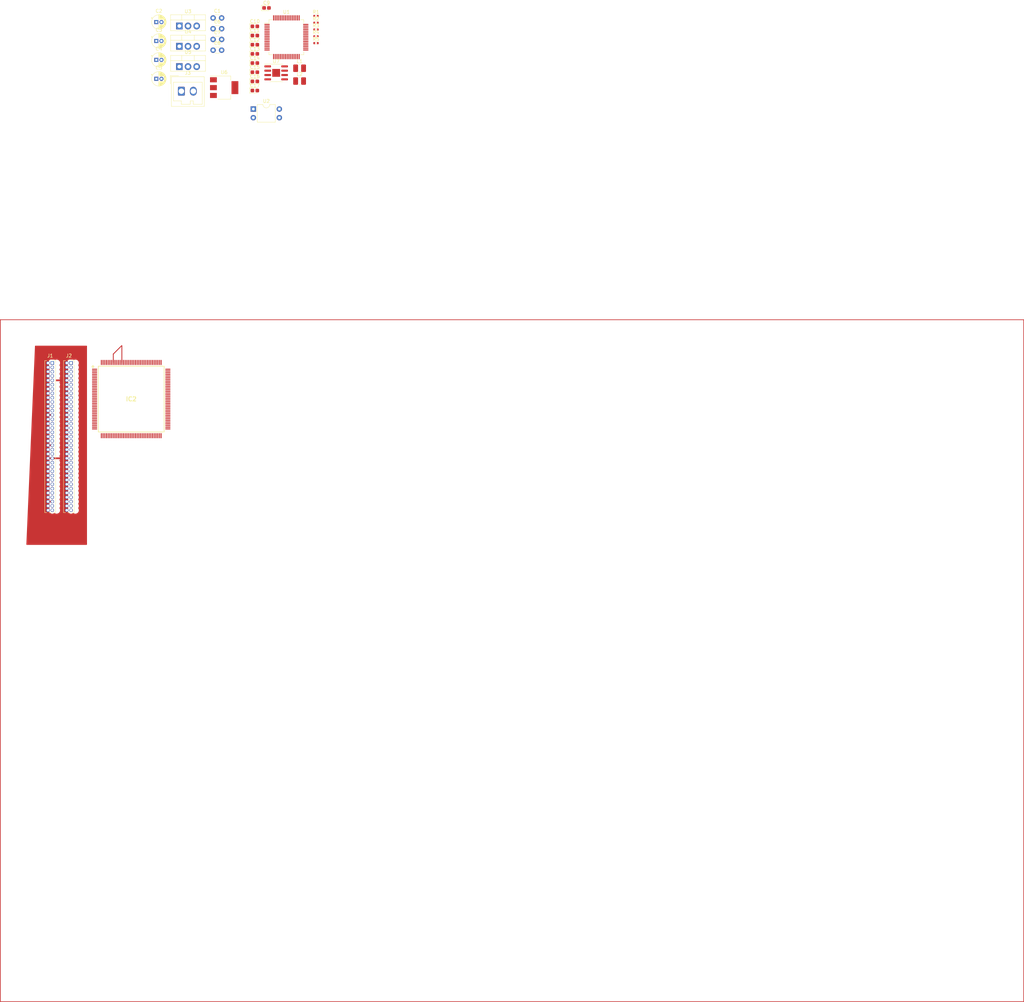
<source format=kicad_pcb>
(kicad_pcb (version 20221018) (generator pcbnew)
  (layers (0 "F.Cu" signal) (31 "B.Cu" signal) (34 "B.Paste" user) (35 "F.Paste" user) (36 "B.SilkS" user "B.Silkscreen") (37 "F.SilkS" user "F.Silkscreen") (38 "B.Mask" user) (39 "F.Mask" user) (44 "Edge.Cuts" user))
  (net 0 "")
  (net 1 "VDD")
  (net 2 "PC_12")
  (net 3 "PC_10")
  (net 4 "BOOT")
  (net 5 "PF_6")
  (net 6 "PF_7")
  (net 7 "PA_13")
  (net 8 "PA_14")
  (net 9 "PA_15")
  (net 10 "GND")
  (net 11 "PB_7")
  (net 12 "PC_13")
  (net 13 "PC_14")
  (net 14 "PC_15")
  (net 15 "PH_0")
  (net 16 "PH_1")
  (net 17 "VBAT")
  (net 18 "PC_2")
  (net 19 "PC_3")
  (net 20 "PD_4")
  (net 21 "PD_5")
  (net 22 "PD_6")
  (net 23 "PD_7")
  (net 24 "PE_3")
  (net 25 "PF_1")
  (net 26 "PF_0")
  (net 27 "PD_1")
  (net 28 "PD_0")
  (net 29 "PG_0")
  (net 30 "PE_1")
  (net 31 "PG_9")
  (net 32 "PG_12")
  (net 33 "NC1")
  (net 34 "PD_9")
  (net 35 "PC_11")
  (net 36 "PD_2")
  (net 37 "VIN5")
  (net 38 "NC")
  (net 39 "IOREF")
  (net 40 "NRST")
  (net 41 "V3_3")
  (net 42 "_5V")
  (net 43 "VIN")
  (net 44 "PA_0")
  (net 45 "PA_1")
  (net 46 "PA_4")
  (net 47 "PB_0")
  (net 48 "PC_1")
  (net 49 "PC_0")
  (net 50 "PD_3")
  (net 51 "PG_2")
  (net 52 "PG_3")
  (net 53 "PE_2")
  (net 54 "PE_4")
  (net 55 "PE_5")
  (net 56 "PF_2")
  (net 57 "PF_8")
  (net 58 "PF_9")
  (net 59 "PG_1")
  (net 60 "PE_6")
  (net 61 "PG_15")
  (net 62 "PG_10")
  (net 63 "PG_13")
  (net 64 "PG_11")
  (net 65 "IOR_48")
  (net 66 "IOR_49")
  (net 67 "IOR_50")
  (net 68 "IOR_51")
  (net 69 "Net-(J3-Pin_2)")
  (net 70 "IOR_52")
  (net 71 "IOR_53")
  (net 72 "IOR_54")
  (net 73 "IOR_55")
  (net 74 "DC24")
  (net 75 "DC12")
  (net 76 "DC5")
  (net 77 "DC3_3")
  (net 78 "Net-(U1-VPHY)")
  (net 79 "VCC1_8FT")
  (net 80 "Net-(C14-Pad2)")
  (net 81 "OSCI_FTDI")
  (net 82 "OSCO_FTDI")
  (net 83 "IOL_1A")
  (net 84 "IOL_1B")
  (net 85 "IOL_2A")
  (net 86 "IOL_2B")
  (net 87 "VCCIO_3_1")
  (net 88 "IOL_3A")
  (net 89 "IOL_3B")
  (net 90 "IOL_4A")
  (net 91 "IOL_4B")
  (net 92 "IOL_5A")
  (net 93 "IOL_5B")
  (net 94 "NC_1")
  (net 95 "NC_2")
  (net 96 "NC_3")
  (net 97 "NC_4")
  (net 98 "IOL_6A")
  (net 99 "IOL_6B")
  (net 100 "IOL_7A")
  (net 101 "PC_9")
  (net 102 "PB_8")
  (net 103 "PB_9")
  (net 104 "VREFP")
  (net 105 "PA_5")
  (net 106 "PA_6")
  (net 107 "PA_7")
  (net 108 "PB_6")
  (net 109 "PC_7")
  (net 110 "PA_8")
  (net 111 "PB_10")
  (net 112 "PB_4")
  (net 113 "PB_5")
  (net 114 "PB_3")
  (net 115 "PA_10")
  (net 116 "PA_2")
  (net 117 "PA_3")
  (net 118 "PD_13")
  (net 119 "PD_12")
  (net 120 "PD_11")
  (net 121 "PE_10")
  (net 122 "PE_12")
  (net 123 "PE_14")
  (net 124 "PE_15")
  (net 125 "PE_13")
  (net 126 "PF_13")
  (net 127 "PF_12")
  (net 128 "PG_14")
  (net 129 "PD_10")
  (net 130 "PG_7")
  (net 131 "PG_4")
  (net 132 "PC_8")
  (net 133 "PC_6")
  (net 134 "PC_5")
  (net 135 "V5USB")
  (net 136 "PD_8")
  (net 137 "PA_12")
  (net 138 "PA_11")
  (net 139 "PB_12")
  (net 140 "PB_11")
  (net 141 "PB_2")
  (net 142 "PB_1")
  (net 143 "PB_15")
  (net 144 "PB_14")
  (net 145 "PB_13")
  (net 146 "AGND")
  (net 147 "PC_4")
  (net 148 "PF_5")
  (net 149 "PF_4")
  (net 150 "PE_8")
  (net 151 "PF_10")
  (net 152 "PE_7")
  (net 153 "PD_14")
  (net 154 "PD_15")
  (net 155 "PF_14")
  (net 156 "PE_9")
  (net 157 "PE_11")
  (net 158 "PF_3")
  (net 159 "PF_15")
  (net 160 "PF_11")
  (net 161 "PE_0")
  (net 162 "PG_8")
  (net 163 "PG_5")
  (net 164 "PG_6")
  (net 165 "IOL_7B")
  (net 166 "IOL_8A")
  (net 167 "IOL_8B")
  (net 168 "IOL_9A")
  (net 169 "IOL_9B")
  (net 170 "VCC_1")
  (net 171 "IOL_10A")
  (net 172 "IOL_10B")
  (net 173 "VCCIO_3_2")
  (net 174 "IOL_11A")
  (net 175 "IOL_11B")
  (net 176 "IOL_12A")
  (net 177 "IOL_12B")
  (net 178 "GNDPLL")
  (net 179 "VCCPLL")
  (net 180 "IOB_24")
  (net 181 "IOB_25")
  (net 182 "IOB_26")
  (net 183 "NC_5")
  (net 184 "IOB_27")
  (net 185 "IOB_28")
  (net 186 "IOB_29")
  (net 187 "IOB_30")
  (net 188 "IOB_31")
  (net 189 "VCCIO_2_1")
  (net 190 "IOB_32")
  (net 191 "IOB_33")
  (net 192 "IOB_35")
  (net 193 "IOB_36")
  (net 194 "VCC_2")
  (net 195 "IOB_34")
  (net 196 "NC_6")
  (net 197 "NC_7")
  (net 198 "NC_8")
  (net 199 "IOB_37")
  (net 200 "VCCIO_2_2")
  (net 201 "IOB_38")
  (net 202 "IOB_39")
  (net 203 "IOB_40")
  (net 204 "IOB_41")
  (net 205 "IOB_42")
  (net 206 "IOB_43")
  (net 207 "CDONE")
  (net 208 "CRESET_B")
  (net 209 "IOB_44")
  (net 210 "IOB_45")
  (net 211 "IOB_46")
  (net 212 "IOB_47")
  (net 213 "VCI_SPI")
  (net 214 "NC_9")
  (net 215 "NC_10")
  (net 216 "NC_11")
  (net 217 "NC_12")
  (net 218 "NC_13")
  (net 219 "IOR_56")
  (net 220 "IOR_57")
  (net 221 "VCCIO_1_1")
  (net 222 "IOR_58")
  (net 223 "IOR_59")
  (net 224 "VCC_3")
  (net 225 "IOR_60")
  (net 226 "IOR_61")
  (net 227 "IOR_62")
  (net 228 "IOR_63")
  (net 229 "IOR_64")
  (net 230 "IOR_65")
  (net 231 "IOR_66")
  (net 232 "VCCIO_1_2")
  (net 233 "IOR_67")
  (net 234 "IOR_68")
  (net 235 "IOR_69")
  (net 236 "IOR_70")
  (net 237 "IOR_71")
  (net 238 "IOR_72")
  (net 239 "VPP_2V5")
  (net 240 "VPP_FAST")
  (net 241 "NC_14")
  (net 242 "VCC_4")
  (net 243 "IOT_73")
  (net 244 "IOT_74")
  (net 245 "IOT_75")
  (net 246 "IOT_76")
  (net 247 "IOT_77")
  (net 248 "IOT_78")
  (net 249 "IOT_79")
  (net 250 "IOT_80")
  (net 251 "IOT_81")
  (net 252 "IOT_82")
  (net 253 "IOT_83")
  (net 254 "VCCIO_0_1")
  (net 255 "NC_15")
  (net 256 "NC_16")
  (net 257 "NC_17")
  (net 258 "NC_18")
  (net 259 "IOT_84")
  (net 260 "IOT_85")
  (net 261 "NC_19")
  (net 262 "NC_20")
  (net 263 "VCCIO_0_2")
  (net 264 "IOT_87")
  (net 265 "IOT_88")
  (net 266 "IOT_89")
  (net 267 "IOT_90")
  (net 268 "IOT_91")
  (net 269 "IOT_92")
  (net 270 "IOT_93")
  (net 271 "IOT_94")
  (net 272 "IOT_95")
  (net 273 "IOT_96")
  (net 274 "Net-(U7-DO)")
  (net 275 "Net-(R1-Pad2)")
  (net 276 "Net-(U1-REF)")
  (net 277 "Net-(R3-Pad1)")
  (net 278 "Net-(U1-~{RESET})")
  (net 279 "Net-(U1-EEDATA)")
  (net 280 "DM")
  (net 281 "DP")
  (net 316 "Net-(U1-EECLK)")
  (net 317 "/Programmer/EECS")
  (footprint "Capacitor_THT:CP_Radial_D4.0mm_P1.50mm" (layer "F.Cu") (at 45.72 123.52)
    (fp_text reference "C2")
    (fp_text value "C_Polarized")
  )
  (footprint "Capacitor_THT:C_Disc_D3.0mm_W1.6mm_P2.50mm" (layer "F.Cu") (at 62.365199 125.47)
    (fp_text reference "C6")
    (fp_text value "C")
  )
  (footprint "Resistor_SMD:R_0402_1005Metric" (layer "F.Cu") (at 92.535199 123.73)
    (fp_text reference "R2")
    (fp_text value "10k")
  )
  (footprint "Capacitor_THT:CP_Radial_D4.0mm_P1.50mm" (layer "F.Cu") (at 45.72 134.62)
    (fp_text reference "C4")
    (fp_text value "C_Polarized")
  )
  (footprint "Capacitor_Tantalum_SMD:CP_EIA-1608-08_AVX-J" (layer "F.Cu") (at 74.610199 127.47)
    (fp_text reference "C11")
    (fp_text value "0.1uF")
  )
  (footprint "Connector_PinSocket_1.27mm:PinSocket_2x35_P1.27mm_Vertical" (layer "F.Cu") (at 20.74 223.52)
    (fp_text reference "J2")
    (fp_text value "Conn_02x35_Top_Bottom")
  )
  (footprint "Package_DIP:DIP-4_W7.62mm" (layer "F.Cu") (at 74.165199 149.03)
    (fp_text reference "U2")
    (fp_text value "PC817")
  )
  (footprint "Capacitor_Tantalum_SMD:CP_EIA-1608-08_AVX-J" (layer "F.Cu") (at 74.610199 143.61)
    (fp_text reference "C17")
    (fp_text value "18pF")
  )
  (footprint "Capacitor_THT:C_Disc_D3.0mm_W1.6mm_P2.50mm" (layer "F.Cu") (at 62.365199 128.62)
    (fp_text reference "C7")
    (fp_text value "C")
  )
  (footprint "Capacitor_Tantalum_SMD:CP_EIA-1608-08_AVX-J" (layer "F.Cu") (at 74.610199 135.54)
    (fp_text reference "C14")
    (fp_text value "10uF")
  )
  (footprint "Resistor_SMD:R_0402_1005Metric" (layer "F.Cu") (at 92.535199 125.72)
    (fp_text reference "R3")
    (fp_text value "1k")
  )
  (footprint "Capacitor_Tantalum_SMD:CP_EIA-1608-08_AVX-J" (layer "F.Cu") (at 74.610199 130.16)
    (fp_text reference "C12")
    (fp_text value "4uF")
  )
  (footprint "Capacitor_THT:C_Disc_D3.0mm_W1.6mm_P2.50mm" (layer "F.Cu") (at 62.365199 122.32)
    (fp_text reference "C1")
    (fp_text value "C")
  )
  (footprint "Resistor_SMD:R_0402_1005Metric" (layer "F.Cu") (at 92.535199 127.71)
    (fp_text reference "R4")
    (fp_text value "1k")
  )
  (footprint "Package_TO_SOT_THT:TO-220-3_Vertical" (layer "F.Cu") (at 52.475199 130.63)
    (fp_text reference "U4")
    (fp_text value "L7805")
  )
  (footprint "Capacitor_Tantalum_SMD:CP_EIA-1608-08_AVX-J" (layer "F.Cu") (at 74.610199 140.92)
    (fp_text reference "C16")
    (fp_text value "18pF")
  )
  (footprint "Capacitor_Tantalum_SMD:CP_EIA-1608-08_AVX-J" (layer "F.Cu") (at 74.610199 138.23)
    (fp_text reference "C15")
    (fp_text value "0.1uF")
  )
  (footprint "Capacitor_THT:C_Disc_D3.0mm_W1.6mm_P2.50mm" (layer "F.Cu") (at 62.365199 131.77)
    (fp_text reference "C8")
    (fp_text value "C")
  )
  (footprint "Connector_PinSocket_1.27mm:PinSocket_2x35_P1.27mm_Vertical" (layer "F.Cu") (at 15.24 223.52)
    (fp_text reference "J1")
    (fp_text value "Conn_02x35_Top_Bottom")
  )
  (footprint "Package_TO_SOT_THT:TO-220-3_Vertical" (layer "F.Cu") (at 52.475199 136.59)
    (fp_text reference "U5")
    (fp_text value "L7824")
  )
  (footprint "Package_SO:HSOP-8-1EP_3.9x4.9mm_P1.27mm_EP2.3x2.3mm" (layer "F.Cu") (at 80.855199 138.42)
    (fp_text reference "U7")
    (fp_text value "93LCxxC")
  )
  (footprint "ICE40HX1K-TQ144:QFP50P2200X2200X160-144N" (layer "F.Cu") (at 38.365 234.095)
    (fp_text reference "IC2")
    (fp_text value "ICE40HX1K-TQ144" hide)
  )
  (footprint "Resistor_SMD:R_0402_1005Metric" (layer "F.Cu") (at 92.535199 121.74)
    (fp_text reference "R1")
    (fp_text value "1k")
  )
  (footprint "Capacitor_Tantalum_SMD:CP_EIA-1608-08_AVX-J" (layer "F.Cu") (at 74.610199 132.85)
    (fp_text reference "C13")
    (fp_text value "0.1uF")
  )
  (footprint "Capacitor_THT:CP_Radial_D4.0mm_P1.50mm" (layer "F.Cu") (at 45.72 129.07)
    (fp_text reference "C3")
    (fp_text value "C_Polarized")
  )
  (footprint "Connector_Wago:Wago_734-132_1x02_P3.50mm_Vertical" (layer "F.Cu") (at 53.065199 143.8)
    (fp_text reference "J3")
    (fp_text value "Conn_01x02")
  )
  (footprint "Package_QFP:LQFP-64_10x10mm_P0.5mm" (layer "F.Cu") (at 83.855199 127.97)
    (fp_text reference "U1")
    (fp_text value "FT2232HL")
  )
  (footprint "Inductor_SMD:L_1008_2520Metric_Pad1.43x2.20mm_HandSolder" (layer "F.Cu") (at 87.725199 137.07)
    (fp_text reference "L1")
    (fp_text value "L")
  )
  (footprint "Package_TO_SOT_THT:TO-220-3_Vertical" (layer "F.Cu") (at 52.475199 124.67)
    (fp_text reference "U3")
    (fp_text value "L7812")
  )
  (footprint "Capacitor_Tantalum_SMD:CP_EIA-1608-08_AVX-J" (layer "F.Cu") (at 78.0275 119.38)
    (fp_text reference "C9")
    (fp_text value "0.1uF")
  )
  (footprint "Inductor_SMD:L_1008_2520Metric_Pad1.43x2.20mm_HandSolder" (layer "F.Cu") (at 87.725199 140.82)
    (fp_text reference "L2")
    (fp_text value "L")
  )
  (footprint "Resistor_SMD:R_0402_1005Metric" (layer "F.Cu") (at 92.535199 129.7)
    (fp_text reference "R5")
    (fp_text value "1k")
  )
  (footprint "Capacitor_Tantalum_SMD:CP_EIA-1608-08_AVX-J" (layer "F.Cu") (at 74.610199 124.78)
    (fp_text reference "C10")
    (fp_text value "4uF")
  )
  (footprint "Package_TO_SOT_SMD:SOT-223" (layer "F.Cu") (at 65.615199 142.75)
    (fp_text reference "U6")
    (fp_text value "TC1262-33")
  )
  (footprint "Capacitor_THT:CP_Radial_D4.0mm_P1.50mm" (layer "F.Cu") (at 45.72 140.17)
    (fp_text reference "C5")
    (fp_text value "C_Polarized")
  )
  (gr_rect (start 0 210.82) (end 300 410.82) (stroke (width 0.2)) (fill none) (layer "F.Cu"))
  (segment (start 33.115 220.885) (end 35.56 218.44) (width 0.25) (layer "F.Cu") (net 10))
  (segment (start 35.615 218.495) (end 35.615 223.357) (width 0.25) (layer "F.Cu") (net 10))
  (segment (start 33.115 223.357) (end 33.115 220.885) (width 0.25) (layer "F.Cu") (net 10))
  (segment (start 35.56 218.44) (end 35.615 218.495) (width 0.25) (layer "F.Cu") (net 10))
  (zone (net 10) (net_name "GND") (layer "F.Cu") (priority 1) (connect_pads (clearance 0.5)) (min_thickness 0.25) (fill yes (thermal_gap 0.5) (thermal_bridge_width 0.5))
    (polygon (pts (xy 10.16 218.44) (xy 25.4 218.44) (xy 25.4 276.86) (xy 7.62 276.86)))
  )
)
</source>
